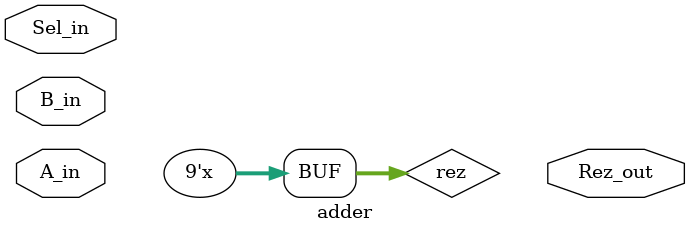
<source format=v>

`timescale 1ns / 1ps


module adder(
    input [7:0] A_in,
    input [7:0] B_in,
    input Sel_in,
    output [8:0] Rez_out
    );

reg [7:0] C;
reg [8:0] rez;

always @(A_in or B_in or Sel_in)
begin: process
	if(B_in[7] == 1)
		C <= ({B_in[7], (~ B_in[6:0])}) + 1;
	else
		C <= B_in;

	if(Sel_in == 0)
		rez <= {A_in[7], A_in} + {C[7], C};
	else
		rez <= {A_in[7], A_in} - {C[7], C};
		
end

endmodule

</source>
